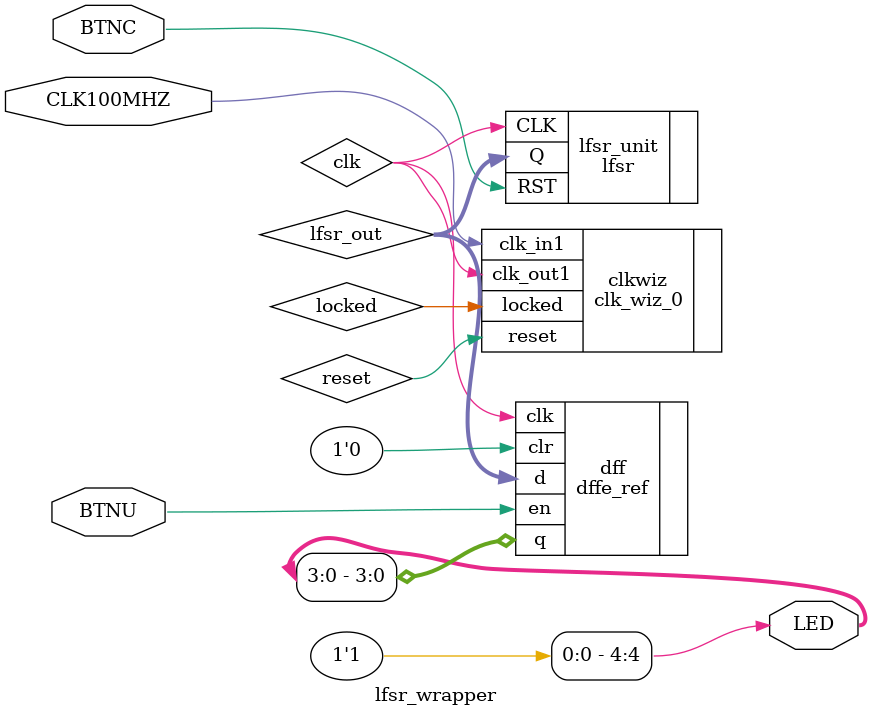
<source format=v>
module lfsr_wrapper (
    CLK100MHZ, LED, BTNC, BTNU
);

    input CLK100MHZ, BTNC, BTNU;
    output[4:0] LED;
    wire locked, reset, clk;
    wire[3:0] lfsr_out;

    clk_wiz_0 clkwiz(.clk_in1(CLK100MHZ), .clk_out1(clk), .reset(reset), .locked(locked));

    lfsr lfsr_unit(.CLK(clk), .RST(BTNC), .Q(lfsr_out));
    
    assign LED[4] = 1'b1;
    
    dffe_ref dff(.d(lfsr_out), .q(LED[3:0]), .clk(clk), .en(BTNU), .clr(1'b0));
    
endmodule
</source>
